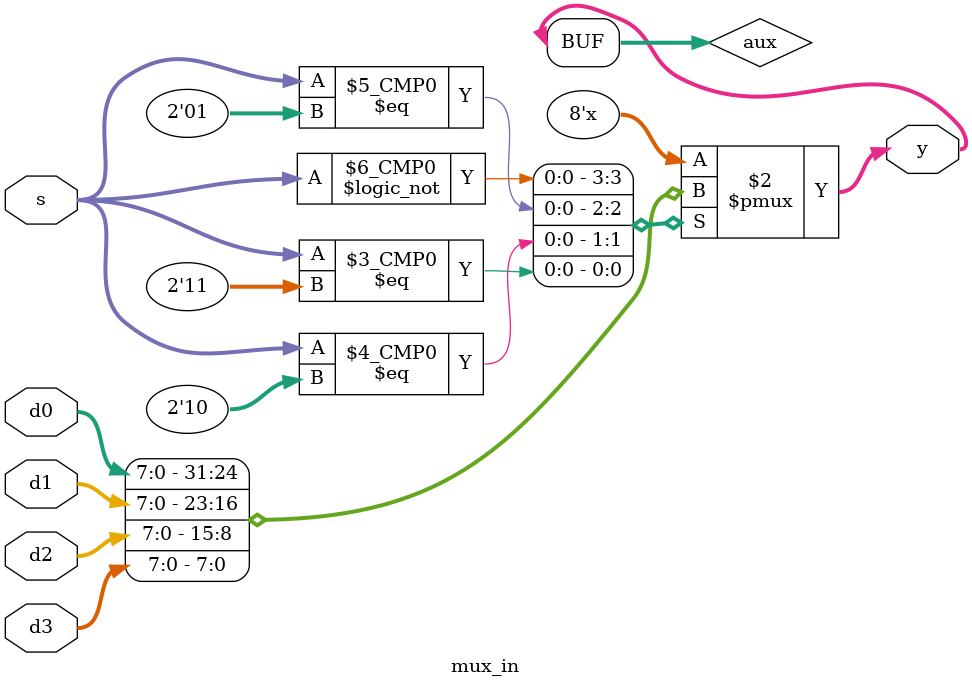
<source format=v>
module mux_in #(parameter WIDTH = 8)
             (input  wire [WIDTH-1:0] d0, d1, d2, d3, 
              input  wire [1:0]            s, 
              output wire [WIDTH-1:0] y);
    reg [7:0] aux;
    always @(d0,d1,d2,d3,s)
    begin
      case (s)              
        2'b00: aux = d0;
        2'b01: aux = d1;
        2'b10: aux = d2;
        2'b11: aux = d3;
        default: aux = 8'bxxxxxxxx; 
      endcase
    end                 
  assign y = aux; 
endmodule
</source>
